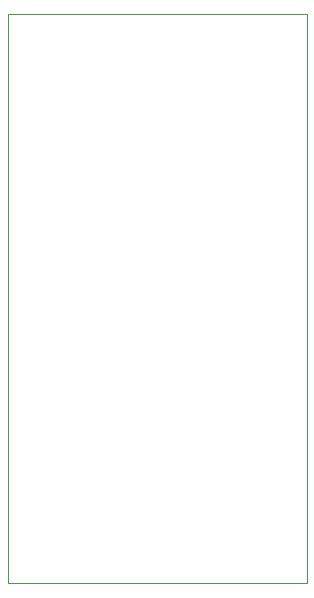
<source format=gm1>
G04 #@! TF.GenerationSoftware,KiCad,Pcbnew,5.1.5*
G04 #@! TF.CreationDate,2020-05-08T14:02:59+02:00*
G04 #@! TF.ProjectId,ESP32_Devkit_TypeC,45535033-325f-4446-9576-6b69745f5479,rev?*
G04 #@! TF.SameCoordinates,Original*
G04 #@! TF.FileFunction,Profile,NP*
%FSLAX46Y46*%
G04 Gerber Fmt 4.6, Leading zero omitted, Abs format (unit mm)*
G04 Created by KiCad (PCBNEW 5.1.5) date 2020-05-08 14:02:59*
%MOMM*%
%LPD*%
G04 APERTURE LIST*
%ADD10C,0.050000*%
G04 APERTURE END LIST*
D10*
X87360000Y-124100000D02*
X87360000Y-75910000D01*
X112670000Y-124100000D02*
X87360000Y-124100000D01*
X112670000Y-75900000D02*
X112670000Y-124100000D01*
X87360000Y-75910000D02*
X112670000Y-75900000D01*
M02*

</source>
